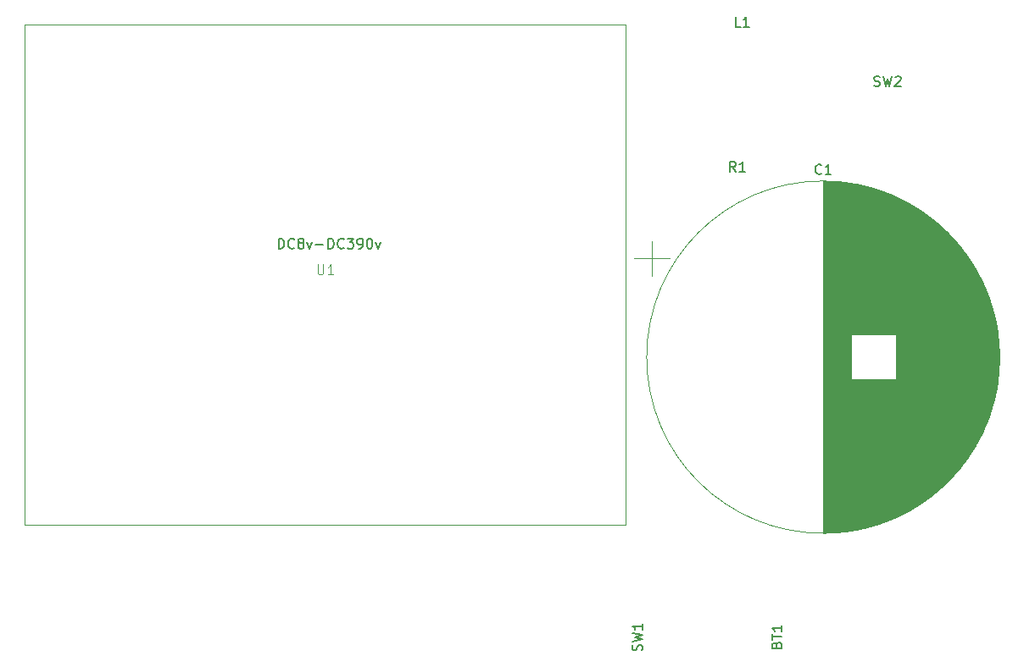
<source format=gbr>
%TF.GenerationSoftware,KiCad,Pcbnew,9.0.2*%
%TF.CreationDate,2025-06-12T22:51:23+08:00*%
%TF.ProjectId,MagFire,4d616746-6972-4652-9e6b-696361645f70,rev?*%
%TF.SameCoordinates,Original*%
%TF.FileFunction,Legend,Top*%
%TF.FilePolarity,Positive*%
%FSLAX46Y46*%
G04 Gerber Fmt 4.6, Leading zero omitted, Abs format (unit mm)*
G04 Created by KiCad (PCBNEW 9.0.2) date 2025-06-12 22:51:23*
%MOMM*%
%LPD*%
G01*
G04 APERTURE LIST*
%ADD10C,0.100000*%
%ADD11C,0.150000*%
%ADD12C,0.120000*%
G04 APERTURE END LIST*
D10*
X103583095Y-101732419D02*
X103583095Y-102541942D01*
X103583095Y-102541942D02*
X103630714Y-102637180D01*
X103630714Y-102637180D02*
X103678333Y-102684800D01*
X103678333Y-102684800D02*
X103773571Y-102732419D01*
X103773571Y-102732419D02*
X103964047Y-102732419D01*
X103964047Y-102732419D02*
X104059285Y-102684800D01*
X104059285Y-102684800D02*
X104106904Y-102637180D01*
X104106904Y-102637180D02*
X104154523Y-102541942D01*
X104154523Y-102541942D02*
X104154523Y-101732419D01*
X105154523Y-102732419D02*
X104583095Y-102732419D01*
X104868809Y-102732419D02*
X104868809Y-101732419D01*
X104868809Y-101732419D02*
X104773571Y-101875276D01*
X104773571Y-101875276D02*
X104678333Y-101970514D01*
X104678333Y-101970514D02*
X104583095Y-102018133D01*
D11*
X99681779Y-100144819D02*
X99681779Y-99144819D01*
X99681779Y-99144819D02*
X99919874Y-99144819D01*
X99919874Y-99144819D02*
X100062731Y-99192438D01*
X100062731Y-99192438D02*
X100157969Y-99287676D01*
X100157969Y-99287676D02*
X100205588Y-99382914D01*
X100205588Y-99382914D02*
X100253207Y-99573390D01*
X100253207Y-99573390D02*
X100253207Y-99716247D01*
X100253207Y-99716247D02*
X100205588Y-99906723D01*
X100205588Y-99906723D02*
X100157969Y-100001961D01*
X100157969Y-100001961D02*
X100062731Y-100097200D01*
X100062731Y-100097200D02*
X99919874Y-100144819D01*
X99919874Y-100144819D02*
X99681779Y-100144819D01*
X101253207Y-100049580D02*
X101205588Y-100097200D01*
X101205588Y-100097200D02*
X101062731Y-100144819D01*
X101062731Y-100144819D02*
X100967493Y-100144819D01*
X100967493Y-100144819D02*
X100824636Y-100097200D01*
X100824636Y-100097200D02*
X100729398Y-100001961D01*
X100729398Y-100001961D02*
X100681779Y-99906723D01*
X100681779Y-99906723D02*
X100634160Y-99716247D01*
X100634160Y-99716247D02*
X100634160Y-99573390D01*
X100634160Y-99573390D02*
X100681779Y-99382914D01*
X100681779Y-99382914D02*
X100729398Y-99287676D01*
X100729398Y-99287676D02*
X100824636Y-99192438D01*
X100824636Y-99192438D02*
X100967493Y-99144819D01*
X100967493Y-99144819D02*
X101062731Y-99144819D01*
X101062731Y-99144819D02*
X101205588Y-99192438D01*
X101205588Y-99192438D02*
X101253207Y-99240057D01*
X101824636Y-99573390D02*
X101729398Y-99525771D01*
X101729398Y-99525771D02*
X101681779Y-99478152D01*
X101681779Y-99478152D02*
X101634160Y-99382914D01*
X101634160Y-99382914D02*
X101634160Y-99335295D01*
X101634160Y-99335295D02*
X101681779Y-99240057D01*
X101681779Y-99240057D02*
X101729398Y-99192438D01*
X101729398Y-99192438D02*
X101824636Y-99144819D01*
X101824636Y-99144819D02*
X102015112Y-99144819D01*
X102015112Y-99144819D02*
X102110350Y-99192438D01*
X102110350Y-99192438D02*
X102157969Y-99240057D01*
X102157969Y-99240057D02*
X102205588Y-99335295D01*
X102205588Y-99335295D02*
X102205588Y-99382914D01*
X102205588Y-99382914D02*
X102157969Y-99478152D01*
X102157969Y-99478152D02*
X102110350Y-99525771D01*
X102110350Y-99525771D02*
X102015112Y-99573390D01*
X102015112Y-99573390D02*
X101824636Y-99573390D01*
X101824636Y-99573390D02*
X101729398Y-99621009D01*
X101729398Y-99621009D02*
X101681779Y-99668628D01*
X101681779Y-99668628D02*
X101634160Y-99763866D01*
X101634160Y-99763866D02*
X101634160Y-99954342D01*
X101634160Y-99954342D02*
X101681779Y-100049580D01*
X101681779Y-100049580D02*
X101729398Y-100097200D01*
X101729398Y-100097200D02*
X101824636Y-100144819D01*
X101824636Y-100144819D02*
X102015112Y-100144819D01*
X102015112Y-100144819D02*
X102110350Y-100097200D01*
X102110350Y-100097200D02*
X102157969Y-100049580D01*
X102157969Y-100049580D02*
X102205588Y-99954342D01*
X102205588Y-99954342D02*
X102205588Y-99763866D01*
X102205588Y-99763866D02*
X102157969Y-99668628D01*
X102157969Y-99668628D02*
X102110350Y-99621009D01*
X102110350Y-99621009D02*
X102015112Y-99573390D01*
X102538922Y-99478152D02*
X102777017Y-100144819D01*
X102777017Y-100144819D02*
X103015112Y-99478152D01*
X103396065Y-99763866D02*
X104157970Y-99763866D01*
X104634160Y-100144819D02*
X104634160Y-99144819D01*
X104634160Y-99144819D02*
X104872255Y-99144819D01*
X104872255Y-99144819D02*
X105015112Y-99192438D01*
X105015112Y-99192438D02*
X105110350Y-99287676D01*
X105110350Y-99287676D02*
X105157969Y-99382914D01*
X105157969Y-99382914D02*
X105205588Y-99573390D01*
X105205588Y-99573390D02*
X105205588Y-99716247D01*
X105205588Y-99716247D02*
X105157969Y-99906723D01*
X105157969Y-99906723D02*
X105110350Y-100001961D01*
X105110350Y-100001961D02*
X105015112Y-100097200D01*
X105015112Y-100097200D02*
X104872255Y-100144819D01*
X104872255Y-100144819D02*
X104634160Y-100144819D01*
X106205588Y-100049580D02*
X106157969Y-100097200D01*
X106157969Y-100097200D02*
X106015112Y-100144819D01*
X106015112Y-100144819D02*
X105919874Y-100144819D01*
X105919874Y-100144819D02*
X105777017Y-100097200D01*
X105777017Y-100097200D02*
X105681779Y-100001961D01*
X105681779Y-100001961D02*
X105634160Y-99906723D01*
X105634160Y-99906723D02*
X105586541Y-99716247D01*
X105586541Y-99716247D02*
X105586541Y-99573390D01*
X105586541Y-99573390D02*
X105634160Y-99382914D01*
X105634160Y-99382914D02*
X105681779Y-99287676D01*
X105681779Y-99287676D02*
X105777017Y-99192438D01*
X105777017Y-99192438D02*
X105919874Y-99144819D01*
X105919874Y-99144819D02*
X106015112Y-99144819D01*
X106015112Y-99144819D02*
X106157969Y-99192438D01*
X106157969Y-99192438D02*
X106205588Y-99240057D01*
X106538922Y-99144819D02*
X107157969Y-99144819D01*
X107157969Y-99144819D02*
X106824636Y-99525771D01*
X106824636Y-99525771D02*
X106967493Y-99525771D01*
X106967493Y-99525771D02*
X107062731Y-99573390D01*
X107062731Y-99573390D02*
X107110350Y-99621009D01*
X107110350Y-99621009D02*
X107157969Y-99716247D01*
X107157969Y-99716247D02*
X107157969Y-99954342D01*
X107157969Y-99954342D02*
X107110350Y-100049580D01*
X107110350Y-100049580D02*
X107062731Y-100097200D01*
X107062731Y-100097200D02*
X106967493Y-100144819D01*
X106967493Y-100144819D02*
X106681779Y-100144819D01*
X106681779Y-100144819D02*
X106586541Y-100097200D01*
X106586541Y-100097200D02*
X106538922Y-100049580D01*
X107634160Y-100144819D02*
X107824636Y-100144819D01*
X107824636Y-100144819D02*
X107919874Y-100097200D01*
X107919874Y-100097200D02*
X107967493Y-100049580D01*
X107967493Y-100049580D02*
X108062731Y-99906723D01*
X108062731Y-99906723D02*
X108110350Y-99716247D01*
X108110350Y-99716247D02*
X108110350Y-99335295D01*
X108110350Y-99335295D02*
X108062731Y-99240057D01*
X108062731Y-99240057D02*
X108015112Y-99192438D01*
X108015112Y-99192438D02*
X107919874Y-99144819D01*
X107919874Y-99144819D02*
X107729398Y-99144819D01*
X107729398Y-99144819D02*
X107634160Y-99192438D01*
X107634160Y-99192438D02*
X107586541Y-99240057D01*
X107586541Y-99240057D02*
X107538922Y-99335295D01*
X107538922Y-99335295D02*
X107538922Y-99573390D01*
X107538922Y-99573390D02*
X107586541Y-99668628D01*
X107586541Y-99668628D02*
X107634160Y-99716247D01*
X107634160Y-99716247D02*
X107729398Y-99763866D01*
X107729398Y-99763866D02*
X107919874Y-99763866D01*
X107919874Y-99763866D02*
X108015112Y-99716247D01*
X108015112Y-99716247D02*
X108062731Y-99668628D01*
X108062731Y-99668628D02*
X108110350Y-99573390D01*
X108729398Y-99144819D02*
X108824636Y-99144819D01*
X108824636Y-99144819D02*
X108919874Y-99192438D01*
X108919874Y-99192438D02*
X108967493Y-99240057D01*
X108967493Y-99240057D02*
X109015112Y-99335295D01*
X109015112Y-99335295D02*
X109062731Y-99525771D01*
X109062731Y-99525771D02*
X109062731Y-99763866D01*
X109062731Y-99763866D02*
X109015112Y-99954342D01*
X109015112Y-99954342D02*
X108967493Y-100049580D01*
X108967493Y-100049580D02*
X108919874Y-100097200D01*
X108919874Y-100097200D02*
X108824636Y-100144819D01*
X108824636Y-100144819D02*
X108729398Y-100144819D01*
X108729398Y-100144819D02*
X108634160Y-100097200D01*
X108634160Y-100097200D02*
X108586541Y-100049580D01*
X108586541Y-100049580D02*
X108538922Y-99954342D01*
X108538922Y-99954342D02*
X108491303Y-99763866D01*
X108491303Y-99763866D02*
X108491303Y-99525771D01*
X108491303Y-99525771D02*
X108538922Y-99335295D01*
X108538922Y-99335295D02*
X108586541Y-99240057D01*
X108586541Y-99240057D02*
X108634160Y-99192438D01*
X108634160Y-99192438D02*
X108729398Y-99144819D01*
X109396065Y-99478152D02*
X109634160Y-100144819D01*
X109634160Y-100144819D02*
X109872255Y-99478152D01*
X149431009Y-139785714D02*
X149478628Y-139642857D01*
X149478628Y-139642857D02*
X149526247Y-139595238D01*
X149526247Y-139595238D02*
X149621485Y-139547619D01*
X149621485Y-139547619D02*
X149764342Y-139547619D01*
X149764342Y-139547619D02*
X149859580Y-139595238D01*
X149859580Y-139595238D02*
X149907200Y-139642857D01*
X149907200Y-139642857D02*
X149954819Y-139738095D01*
X149954819Y-139738095D02*
X149954819Y-140119047D01*
X149954819Y-140119047D02*
X148954819Y-140119047D01*
X148954819Y-140119047D02*
X148954819Y-139785714D01*
X148954819Y-139785714D02*
X149002438Y-139690476D01*
X149002438Y-139690476D02*
X149050057Y-139642857D01*
X149050057Y-139642857D02*
X149145295Y-139595238D01*
X149145295Y-139595238D02*
X149240533Y-139595238D01*
X149240533Y-139595238D02*
X149335771Y-139642857D01*
X149335771Y-139642857D02*
X149383390Y-139690476D01*
X149383390Y-139690476D02*
X149431009Y-139785714D01*
X149431009Y-139785714D02*
X149431009Y-140119047D01*
X148954819Y-139261904D02*
X148954819Y-138690476D01*
X149954819Y-138976190D02*
X148954819Y-138976190D01*
X149954819Y-137833333D02*
X149954819Y-138404761D01*
X149954819Y-138119047D02*
X148954819Y-138119047D01*
X148954819Y-138119047D02*
X149097676Y-138214285D01*
X149097676Y-138214285D02*
X149192914Y-138309523D01*
X149192914Y-138309523D02*
X149240533Y-138404761D01*
X135957200Y-140333332D02*
X136004819Y-140190475D01*
X136004819Y-140190475D02*
X136004819Y-139952380D01*
X136004819Y-139952380D02*
X135957200Y-139857142D01*
X135957200Y-139857142D02*
X135909580Y-139809523D01*
X135909580Y-139809523D02*
X135814342Y-139761904D01*
X135814342Y-139761904D02*
X135719104Y-139761904D01*
X135719104Y-139761904D02*
X135623866Y-139809523D01*
X135623866Y-139809523D02*
X135576247Y-139857142D01*
X135576247Y-139857142D02*
X135528628Y-139952380D01*
X135528628Y-139952380D02*
X135481009Y-140142856D01*
X135481009Y-140142856D02*
X135433390Y-140238094D01*
X135433390Y-140238094D02*
X135385771Y-140285713D01*
X135385771Y-140285713D02*
X135290533Y-140333332D01*
X135290533Y-140333332D02*
X135195295Y-140333332D01*
X135195295Y-140333332D02*
X135100057Y-140285713D01*
X135100057Y-140285713D02*
X135052438Y-140238094D01*
X135052438Y-140238094D02*
X135004819Y-140142856D01*
X135004819Y-140142856D02*
X135004819Y-139904761D01*
X135004819Y-139904761D02*
X135052438Y-139761904D01*
X135004819Y-139428570D02*
X136004819Y-139190475D01*
X136004819Y-139190475D02*
X135290533Y-138999999D01*
X135290533Y-138999999D02*
X136004819Y-138809523D01*
X136004819Y-138809523D02*
X135004819Y-138571428D01*
X136004819Y-137666666D02*
X136004819Y-138238094D01*
X136004819Y-137952380D02*
X135004819Y-137952380D01*
X135004819Y-137952380D02*
X135147676Y-138047618D01*
X135147676Y-138047618D02*
X135242914Y-138142856D01*
X135242914Y-138142856D02*
X135290533Y-138238094D01*
X159166667Y-83857200D02*
X159309524Y-83904819D01*
X159309524Y-83904819D02*
X159547619Y-83904819D01*
X159547619Y-83904819D02*
X159642857Y-83857200D01*
X159642857Y-83857200D02*
X159690476Y-83809580D01*
X159690476Y-83809580D02*
X159738095Y-83714342D01*
X159738095Y-83714342D02*
X159738095Y-83619104D01*
X159738095Y-83619104D02*
X159690476Y-83523866D01*
X159690476Y-83523866D02*
X159642857Y-83476247D01*
X159642857Y-83476247D02*
X159547619Y-83428628D01*
X159547619Y-83428628D02*
X159357143Y-83381009D01*
X159357143Y-83381009D02*
X159261905Y-83333390D01*
X159261905Y-83333390D02*
X159214286Y-83285771D01*
X159214286Y-83285771D02*
X159166667Y-83190533D01*
X159166667Y-83190533D02*
X159166667Y-83095295D01*
X159166667Y-83095295D02*
X159214286Y-83000057D01*
X159214286Y-83000057D02*
X159261905Y-82952438D01*
X159261905Y-82952438D02*
X159357143Y-82904819D01*
X159357143Y-82904819D02*
X159595238Y-82904819D01*
X159595238Y-82904819D02*
X159738095Y-82952438D01*
X160071429Y-82904819D02*
X160309524Y-83904819D01*
X160309524Y-83904819D02*
X160500000Y-83190533D01*
X160500000Y-83190533D02*
X160690476Y-83904819D01*
X160690476Y-83904819D02*
X160928572Y-82904819D01*
X161261905Y-83000057D02*
X161309524Y-82952438D01*
X161309524Y-82952438D02*
X161404762Y-82904819D01*
X161404762Y-82904819D02*
X161642857Y-82904819D01*
X161642857Y-82904819D02*
X161738095Y-82952438D01*
X161738095Y-82952438D02*
X161785714Y-83000057D01*
X161785714Y-83000057D02*
X161833333Y-83095295D01*
X161833333Y-83095295D02*
X161833333Y-83190533D01*
X161833333Y-83190533D02*
X161785714Y-83333390D01*
X161785714Y-83333390D02*
X161214286Y-83904819D01*
X161214286Y-83904819D02*
X161833333Y-83904819D01*
X145333333Y-92454819D02*
X145000000Y-91978628D01*
X144761905Y-92454819D02*
X144761905Y-91454819D01*
X144761905Y-91454819D02*
X145142857Y-91454819D01*
X145142857Y-91454819D02*
X145238095Y-91502438D01*
X145238095Y-91502438D02*
X145285714Y-91550057D01*
X145285714Y-91550057D02*
X145333333Y-91645295D01*
X145333333Y-91645295D02*
X145333333Y-91788152D01*
X145333333Y-91788152D02*
X145285714Y-91883390D01*
X145285714Y-91883390D02*
X145238095Y-91931009D01*
X145238095Y-91931009D02*
X145142857Y-91978628D01*
X145142857Y-91978628D02*
X144761905Y-91978628D01*
X146285714Y-92454819D02*
X145714286Y-92454819D01*
X146000000Y-92454819D02*
X146000000Y-91454819D01*
X146000000Y-91454819D02*
X145904762Y-91597676D01*
X145904762Y-91597676D02*
X145809524Y-91692914D01*
X145809524Y-91692914D02*
X145714286Y-91740533D01*
X145833333Y-77954819D02*
X145357143Y-77954819D01*
X145357143Y-77954819D02*
X145357143Y-76954819D01*
X146690476Y-77954819D02*
X146119048Y-77954819D01*
X146404762Y-77954819D02*
X146404762Y-76954819D01*
X146404762Y-76954819D02*
X146309524Y-77097676D01*
X146309524Y-77097676D02*
X146214286Y-77192914D01*
X146214286Y-77192914D02*
X146119048Y-77240533D01*
X153902834Y-92609580D02*
X153855215Y-92657200D01*
X153855215Y-92657200D02*
X153712358Y-92704819D01*
X153712358Y-92704819D02*
X153617120Y-92704819D01*
X153617120Y-92704819D02*
X153474263Y-92657200D01*
X153474263Y-92657200D02*
X153379025Y-92561961D01*
X153379025Y-92561961D02*
X153331406Y-92466723D01*
X153331406Y-92466723D02*
X153283787Y-92276247D01*
X153283787Y-92276247D02*
X153283787Y-92133390D01*
X153283787Y-92133390D02*
X153331406Y-91942914D01*
X153331406Y-91942914D02*
X153379025Y-91847676D01*
X153379025Y-91847676D02*
X153474263Y-91752438D01*
X153474263Y-91752438D02*
X153617120Y-91704819D01*
X153617120Y-91704819D02*
X153712358Y-91704819D01*
X153712358Y-91704819D02*
X153855215Y-91752438D01*
X153855215Y-91752438D02*
X153902834Y-91800057D01*
X154855215Y-92704819D02*
X154283787Y-92704819D01*
X154569501Y-92704819D02*
X154569501Y-91704819D01*
X154569501Y-91704819D02*
X154474263Y-91847676D01*
X154474263Y-91847676D02*
X154379025Y-91942914D01*
X154379025Y-91942914D02*
X154283787Y-91990533D01*
%TO.C,U1*%
D10*
X74345000Y-77775000D02*
X134345000Y-77775000D01*
X134345000Y-127775000D01*
X74345000Y-127775000D01*
X74345000Y-77775000D01*
D12*
%TO.C,C1*%
X135215499Y-101125000D02*
X138715499Y-101125000D01*
X136965499Y-99375000D02*
X136965499Y-102875000D01*
X154069501Y-93420000D02*
X154069501Y-128580000D01*
X154109501Y-93420000D02*
X154109501Y-128580000D01*
X154149501Y-93420000D02*
X154149501Y-128580000D01*
X154189501Y-93420000D02*
X154189501Y-128580000D01*
X154229501Y-93421000D02*
X154229501Y-128579000D01*
X154269501Y-93421000D02*
X154269501Y-128579000D01*
X154309501Y-93422000D02*
X154309501Y-128578000D01*
X154349501Y-93422000D02*
X154349501Y-128578000D01*
X154389501Y-93423000D02*
X154389501Y-128577000D01*
X154429501Y-93424000D02*
X154429501Y-128576000D01*
X154469501Y-93425000D02*
X154469501Y-128575000D01*
X154509501Y-93425000D02*
X154509501Y-128575000D01*
X154549501Y-93427000D02*
X154549501Y-128573000D01*
X154589501Y-93428000D02*
X154589501Y-128572000D01*
X154629501Y-93429000D02*
X154629501Y-128571000D01*
X154669501Y-93430000D02*
X154669501Y-128570000D01*
X154709501Y-93432000D02*
X154709501Y-128568000D01*
X154749501Y-93433000D02*
X154749501Y-128567000D01*
X154789501Y-93435000D02*
X154789501Y-128565000D01*
X154829501Y-93436000D02*
X154829501Y-128564000D01*
X154869501Y-93438000D02*
X154869501Y-128562000D01*
X154909501Y-93440000D02*
X154909501Y-128560000D01*
X154949501Y-93442000D02*
X154949501Y-128558000D01*
X154989501Y-93444000D02*
X154989501Y-128556000D01*
X155029501Y-93446000D02*
X155029501Y-128554000D01*
X155069501Y-93448000D02*
X155069501Y-128552000D01*
X155109501Y-93451000D02*
X155109501Y-128549000D01*
X155149501Y-93453000D02*
X155149501Y-128547000D01*
X155189501Y-93456000D02*
X155189501Y-128544000D01*
X155229501Y-93458000D02*
X155229501Y-128542000D01*
X155269501Y-93461000D02*
X155269501Y-128539000D01*
X155309501Y-93464000D02*
X155309501Y-128536000D01*
X155349501Y-93467000D02*
X155349501Y-128533000D01*
X155389501Y-93470000D02*
X155389501Y-128530000D01*
X155429501Y-93473000D02*
X155429501Y-128527000D01*
X155469501Y-93476000D02*
X155469501Y-128524000D01*
X155509501Y-93479000D02*
X155509501Y-128521000D01*
X155549501Y-93482000D02*
X155549501Y-128518000D01*
X155589501Y-93486000D02*
X155589501Y-128514000D01*
X155629501Y-93489000D02*
X155629501Y-128511000D01*
X155669501Y-93493000D02*
X155669501Y-128507000D01*
X155709501Y-93496000D02*
X155709501Y-128504000D01*
X155749501Y-93500000D02*
X155749501Y-128500000D01*
X155789501Y-93504000D02*
X155789501Y-128496000D01*
X155829501Y-93508000D02*
X155829501Y-128492000D01*
X155869501Y-93512000D02*
X155869501Y-128488000D01*
X155909501Y-93516000D02*
X155909501Y-128484000D01*
X155949501Y-93521000D02*
X155949501Y-128479000D01*
X155989501Y-93525000D02*
X155989501Y-128475000D01*
X156029501Y-93529000D02*
X156029501Y-128471000D01*
X156069501Y-93534000D02*
X156069501Y-128466000D01*
X156109501Y-93538000D02*
X156109501Y-128462000D01*
X156149501Y-93543000D02*
X156149501Y-128457000D01*
X156189501Y-93548000D02*
X156189501Y-128452000D01*
X156229501Y-93553000D02*
X156229501Y-128447000D01*
X156269501Y-93558000D02*
X156269501Y-128442000D01*
X156309501Y-93563000D02*
X156309501Y-128437000D01*
X156349501Y-93568000D02*
X156349501Y-128432000D01*
X156389501Y-93573000D02*
X156389501Y-128427000D01*
X156429501Y-93579000D02*
X156429501Y-128421000D01*
X156469501Y-93584000D02*
X156469501Y-128416000D01*
X156509501Y-93590000D02*
X156509501Y-128410000D01*
X156549501Y-93595000D02*
X156549501Y-128405000D01*
X156589501Y-93601000D02*
X156589501Y-128399000D01*
X156629501Y-93607000D02*
X156629501Y-128393000D01*
X156669501Y-93613000D02*
X156669501Y-128387000D01*
X156709501Y-93619000D02*
X156709501Y-128381000D01*
X156749501Y-93625000D02*
X156749501Y-128375000D01*
X156789501Y-93631000D02*
X156789501Y-128369000D01*
X156829501Y-93638000D02*
X156829501Y-128362000D01*
X156869501Y-93644000D02*
X156869501Y-108760000D01*
X156869501Y-113240000D02*
X156869501Y-128356000D01*
X156909501Y-93650000D02*
X156909501Y-108760000D01*
X156909501Y-113240000D02*
X156909501Y-128350000D01*
X156949501Y-93657000D02*
X156949501Y-108760000D01*
X156949501Y-113240000D02*
X156949501Y-128343000D01*
X156989501Y-93664000D02*
X156989501Y-108760000D01*
X156989501Y-113240000D02*
X156989501Y-128336000D01*
X157029501Y-93670000D02*
X157029501Y-108760000D01*
X157029501Y-113240000D02*
X157029501Y-128330000D01*
X157069501Y-93677000D02*
X157069501Y-108760000D01*
X157069501Y-113240000D02*
X157069501Y-128323000D01*
X157109501Y-93684000D02*
X157109501Y-108760000D01*
X157109501Y-113240000D02*
X157109501Y-128316000D01*
X157149501Y-93691000D02*
X157149501Y-108760000D01*
X157149501Y-113240000D02*
X157149501Y-128309000D01*
X157189501Y-93698000D02*
X157189501Y-108760000D01*
X157189501Y-113240000D02*
X157189501Y-128302000D01*
X157229501Y-93706000D02*
X157229501Y-108760000D01*
X157229501Y-113240000D02*
X157229501Y-128294000D01*
X157269501Y-93713000D02*
X157269501Y-108760000D01*
X157269501Y-113240000D02*
X157269501Y-128287000D01*
X157309501Y-93720000D02*
X157309501Y-108760000D01*
X157309501Y-113240000D02*
X157309501Y-128280000D01*
X157349501Y-93728000D02*
X157349501Y-108760000D01*
X157349501Y-113240000D02*
X157349501Y-128272000D01*
X157389501Y-93736000D02*
X157389501Y-108760000D01*
X157389501Y-113240000D02*
X157389501Y-128264000D01*
X157429501Y-93743000D02*
X157429501Y-108760000D01*
X157429501Y-113240000D02*
X157429501Y-128257000D01*
X157469501Y-93751000D02*
X157469501Y-108760000D01*
X157469501Y-113240000D02*
X157469501Y-128249000D01*
X157509501Y-93759000D02*
X157509501Y-108760000D01*
X157509501Y-113240000D02*
X157509501Y-128241000D01*
X157549501Y-93767000D02*
X157549501Y-108760000D01*
X157549501Y-113240000D02*
X157549501Y-128233000D01*
X157589501Y-93775000D02*
X157589501Y-108760000D01*
X157589501Y-113240000D02*
X157589501Y-128225000D01*
X157629501Y-93783000D02*
X157629501Y-108760000D01*
X157629501Y-113240000D02*
X157629501Y-128217000D01*
X157669501Y-93792000D02*
X157669501Y-108760000D01*
X157669501Y-113240000D02*
X157669501Y-128208000D01*
X157709501Y-93800000D02*
X157709501Y-108760000D01*
X157709501Y-113240000D02*
X157709501Y-128200000D01*
X157749501Y-93809000D02*
X157749501Y-108760000D01*
X157749501Y-113240000D02*
X157749501Y-128191000D01*
X157789501Y-93817000D02*
X157789501Y-108760000D01*
X157789501Y-113240000D02*
X157789501Y-128183000D01*
X157829501Y-93826000D02*
X157829501Y-108760000D01*
X157829501Y-113240000D02*
X157829501Y-128174000D01*
X157869501Y-93835000D02*
X157869501Y-108760000D01*
X157869501Y-113240000D02*
X157869501Y-128165000D01*
X157909501Y-93844000D02*
X157909501Y-108760000D01*
X157909501Y-113240000D02*
X157909501Y-128156000D01*
X157949501Y-93853000D02*
X157949501Y-108760000D01*
X157949501Y-113240000D02*
X157949501Y-128147000D01*
X157989501Y-93862000D02*
X157989501Y-108760000D01*
X157989501Y-113240000D02*
X157989501Y-128138000D01*
X158029501Y-93871000D02*
X158029501Y-108760000D01*
X158029501Y-113240000D02*
X158029501Y-128129000D01*
X158069501Y-93880000D02*
X158069501Y-108760000D01*
X158069501Y-113240000D02*
X158069501Y-128120000D01*
X158109501Y-93889000D02*
X158109501Y-108760000D01*
X158109501Y-113240000D02*
X158109501Y-128111000D01*
X158149501Y-93899000D02*
X158149501Y-108760000D01*
X158149501Y-113240000D02*
X158149501Y-128101000D01*
X158189501Y-93908000D02*
X158189501Y-108760000D01*
X158189501Y-113240000D02*
X158189501Y-128092000D01*
X158229501Y-93918000D02*
X158229501Y-108760000D01*
X158229501Y-113240000D02*
X158229501Y-128082000D01*
X158269501Y-93928000D02*
X158269501Y-108760000D01*
X158269501Y-113240000D02*
X158269501Y-128072000D01*
X158309501Y-93938000D02*
X158309501Y-108760000D01*
X158309501Y-113240000D02*
X158309501Y-128062000D01*
X158349501Y-93948000D02*
X158349501Y-108760000D01*
X158349501Y-113240000D02*
X158349501Y-128052000D01*
X158389501Y-93958000D02*
X158389501Y-108760000D01*
X158389501Y-113240000D02*
X158389501Y-128042000D01*
X158429501Y-93968000D02*
X158429501Y-108760000D01*
X158429501Y-113240000D02*
X158429501Y-128032000D01*
X158469501Y-93978000D02*
X158469501Y-108760000D01*
X158469501Y-113240000D02*
X158469501Y-128022000D01*
X158509501Y-93989000D02*
X158509501Y-108760000D01*
X158509501Y-113240000D02*
X158509501Y-128011000D01*
X158549501Y-93999000D02*
X158549501Y-108760000D01*
X158549501Y-113240000D02*
X158549501Y-128001000D01*
X158589501Y-94010000D02*
X158589501Y-108760000D01*
X158589501Y-113240000D02*
X158589501Y-127990000D01*
X158629501Y-94020000D02*
X158629501Y-108760000D01*
X158629501Y-113240000D02*
X158629501Y-127980000D01*
X158669501Y-94031000D02*
X158669501Y-108760000D01*
X158669501Y-113240000D02*
X158669501Y-127969000D01*
X158709501Y-94042000D02*
X158709501Y-108760000D01*
X158709501Y-113240000D02*
X158709501Y-127958000D01*
X158749501Y-94053000D02*
X158749501Y-108760000D01*
X158749501Y-113240000D02*
X158749501Y-127947000D01*
X158789501Y-94064000D02*
X158789501Y-108760000D01*
X158789501Y-113240000D02*
X158789501Y-127936000D01*
X158829501Y-94075000D02*
X158829501Y-108760000D01*
X158829501Y-113240000D02*
X158829501Y-127925000D01*
X158869501Y-94086000D02*
X158869501Y-108760000D01*
X158869501Y-113240000D02*
X158869501Y-127914000D01*
X158909501Y-94098000D02*
X158909501Y-108760000D01*
X158909501Y-113240000D02*
X158909501Y-127902000D01*
X158949501Y-94109000D02*
X158949501Y-108760000D01*
X158949501Y-113240000D02*
X158949501Y-127891000D01*
X158989501Y-94121000D02*
X158989501Y-108760000D01*
X158989501Y-113240000D02*
X158989501Y-127879000D01*
X159029501Y-94133000D02*
X159029501Y-108760000D01*
X159029501Y-113240000D02*
X159029501Y-127867000D01*
X159069501Y-94144000D02*
X159069501Y-108760000D01*
X159069501Y-113240000D02*
X159069501Y-127856000D01*
X159109501Y-94156000D02*
X159109501Y-108760000D01*
X159109501Y-113240000D02*
X159109501Y-127844000D01*
X159149501Y-94168000D02*
X159149501Y-108760000D01*
X159149501Y-113240000D02*
X159149501Y-127832000D01*
X159189501Y-94180000D02*
X159189501Y-108760000D01*
X159189501Y-113240000D02*
X159189501Y-127820000D01*
X159229501Y-94192000D02*
X159229501Y-108760000D01*
X159229501Y-113240000D02*
X159229501Y-127808000D01*
X159269501Y-94205000D02*
X159269501Y-108760000D01*
X159269501Y-113240000D02*
X159269501Y-127795000D01*
X159309501Y-94217000D02*
X159309501Y-108760000D01*
X159309501Y-113240000D02*
X159309501Y-127783000D01*
X159349501Y-94230000D02*
X159349501Y-108760000D01*
X159349501Y-113240000D02*
X159349501Y-127770000D01*
X159389501Y-94242000D02*
X159389501Y-108760000D01*
X159389501Y-113240000D02*
X159389501Y-127758000D01*
X159429501Y-94255000D02*
X159429501Y-108760000D01*
X159429501Y-113240000D02*
X159429501Y-127745000D01*
X159469501Y-94268000D02*
X159469501Y-108760000D01*
X159469501Y-113240000D02*
X159469501Y-127732000D01*
X159509501Y-94281000D02*
X159509501Y-108760000D01*
X159509501Y-113240000D02*
X159509501Y-127719000D01*
X159549501Y-94294000D02*
X159549501Y-108760000D01*
X159549501Y-113240000D02*
X159549501Y-127706000D01*
X159589501Y-94307000D02*
X159589501Y-108760000D01*
X159589501Y-113240000D02*
X159589501Y-127693000D01*
X159629501Y-94320000D02*
X159629501Y-108760000D01*
X159629501Y-113240000D02*
X159629501Y-127680000D01*
X159669501Y-94334000D02*
X159669501Y-108760000D01*
X159669501Y-113240000D02*
X159669501Y-127666000D01*
X159709501Y-94347000D02*
X159709501Y-108760000D01*
X159709501Y-113240000D02*
X159709501Y-127653000D01*
X159749501Y-94361000D02*
X159749501Y-108760000D01*
X159749501Y-113240000D02*
X159749501Y-127639000D01*
X159789501Y-94374000D02*
X159789501Y-108760000D01*
X159789501Y-113240000D02*
X159789501Y-127626000D01*
X159829501Y-94388000D02*
X159829501Y-108760000D01*
X159829501Y-113240000D02*
X159829501Y-127612000D01*
X159869501Y-94402000D02*
X159869501Y-108760000D01*
X159869501Y-113240000D02*
X159869501Y-127598000D01*
X159909501Y-94416000D02*
X159909501Y-108760000D01*
X159909501Y-113240000D02*
X159909501Y-127584000D01*
X159949501Y-94430000D02*
X159949501Y-108760000D01*
X159949501Y-113240000D02*
X159949501Y-127570000D01*
X159989501Y-94444000D02*
X159989501Y-108760000D01*
X159989501Y-113240000D02*
X159989501Y-127556000D01*
X160029501Y-94459000D02*
X160029501Y-108760000D01*
X160029501Y-113240000D02*
X160029501Y-127541000D01*
X160069501Y-94473000D02*
X160069501Y-108760000D01*
X160069501Y-113240000D02*
X160069501Y-127527000D01*
X160109501Y-94488000D02*
X160109501Y-108760000D01*
X160109501Y-113240000D02*
X160109501Y-127512000D01*
X160149501Y-94502000D02*
X160149501Y-108760000D01*
X160149501Y-113240000D02*
X160149501Y-127498000D01*
X160189501Y-94517000D02*
X160189501Y-108760000D01*
X160189501Y-113240000D02*
X160189501Y-127483000D01*
X160229501Y-94532000D02*
X160229501Y-108760000D01*
X160229501Y-113240000D02*
X160229501Y-127468000D01*
X160269501Y-94547000D02*
X160269501Y-108760000D01*
X160269501Y-113240000D02*
X160269501Y-127453000D01*
X160309501Y-94562000D02*
X160309501Y-108760000D01*
X160309501Y-113240000D02*
X160309501Y-127438000D01*
X160349501Y-94577000D02*
X160349501Y-108760000D01*
X160349501Y-113240000D02*
X160349501Y-127423000D01*
X160389501Y-94592000D02*
X160389501Y-108760000D01*
X160389501Y-113240000D02*
X160389501Y-127408000D01*
X160429501Y-94608000D02*
X160429501Y-108760000D01*
X160429501Y-113240000D02*
X160429501Y-127392000D01*
X160469501Y-94623000D02*
X160469501Y-108760000D01*
X160469501Y-113240000D02*
X160469501Y-127377000D01*
X160509501Y-94639000D02*
X160509501Y-108760000D01*
X160509501Y-113240000D02*
X160509501Y-127361000D01*
X160549501Y-94655000D02*
X160549501Y-108760000D01*
X160549501Y-113240000D02*
X160549501Y-127345000D01*
X160589501Y-94671000D02*
X160589501Y-108760000D01*
X160589501Y-113240000D02*
X160589501Y-127329000D01*
X160629501Y-94687000D02*
X160629501Y-108760000D01*
X160629501Y-113240000D02*
X160629501Y-127313000D01*
X160669501Y-94703000D02*
X160669501Y-108760000D01*
X160669501Y-113240000D02*
X160669501Y-127297000D01*
X160709501Y-94719000D02*
X160709501Y-108760000D01*
X160709501Y-113240000D02*
X160709501Y-127281000D01*
X160749501Y-94735000D02*
X160749501Y-108760000D01*
X160749501Y-113240000D02*
X160749501Y-127265000D01*
X160789501Y-94752000D02*
X160789501Y-108760000D01*
X160789501Y-113240000D02*
X160789501Y-127248000D01*
X160829501Y-94768000D02*
X160829501Y-108760000D01*
X160829501Y-113240000D02*
X160829501Y-127232000D01*
X160869501Y-94785000D02*
X160869501Y-108760000D01*
X160869501Y-113240000D02*
X160869501Y-127215000D01*
X160909501Y-94802000D02*
X160909501Y-108760000D01*
X160909501Y-113240000D02*
X160909501Y-127198000D01*
X160949501Y-94819000D02*
X160949501Y-108760000D01*
X160949501Y-113240000D02*
X160949501Y-127181000D01*
X160989501Y-94836000D02*
X160989501Y-108760000D01*
X160989501Y-113240000D02*
X160989501Y-127164000D01*
X161029501Y-94853000D02*
X161029501Y-108760000D01*
X161029501Y-113240000D02*
X161029501Y-127147000D01*
X161069501Y-94870000D02*
X161069501Y-108760000D01*
X161069501Y-113240000D02*
X161069501Y-127130000D01*
X161109501Y-94888000D02*
X161109501Y-108760000D01*
X161109501Y-113240000D02*
X161109501Y-127112000D01*
X161149501Y-94905000D02*
X161149501Y-108760000D01*
X161149501Y-113240000D02*
X161149501Y-127095000D01*
X161189501Y-94923000D02*
X161189501Y-108760000D01*
X161189501Y-113240000D02*
X161189501Y-127077000D01*
X161229501Y-94940000D02*
X161229501Y-108760000D01*
X161229501Y-113240000D02*
X161229501Y-127060000D01*
X161269501Y-94958000D02*
X161269501Y-108760000D01*
X161269501Y-113240000D02*
X161269501Y-127042000D01*
X161309501Y-94976000D02*
X161309501Y-127024000D01*
X161349501Y-94994000D02*
X161349501Y-127006000D01*
X161389501Y-95012000D02*
X161389501Y-126988000D01*
X161429501Y-95031000D02*
X161429501Y-126969000D01*
X161469501Y-95049000D02*
X161469501Y-126951000D01*
X161509501Y-95068000D02*
X161509501Y-126932000D01*
X161549501Y-95087000D02*
X161549501Y-126913000D01*
X161589501Y-95105000D02*
X161589501Y-126895000D01*
X161629501Y-95124000D02*
X161629501Y-126876000D01*
X161669501Y-95143000D02*
X161669501Y-126857000D01*
X161709501Y-95163000D02*
X161709501Y-126837000D01*
X161749501Y-95182000D02*
X161749501Y-126818000D01*
X161789501Y-95201000D02*
X161789501Y-126799000D01*
X161829501Y-95221000D02*
X161829501Y-126779000D01*
X161869501Y-95240000D02*
X161869501Y-126760000D01*
X161909501Y-95260000D02*
X161909501Y-126740000D01*
X161949501Y-95280000D02*
X161949501Y-126720000D01*
X161989501Y-95300000D02*
X161989501Y-126700000D01*
X162029501Y-95320000D02*
X162029501Y-126680000D01*
X162069501Y-95341000D02*
X162069501Y-126659000D01*
X162109501Y-95361000D02*
X162109501Y-126639000D01*
X162149501Y-95382000D02*
X162149501Y-126618000D01*
X162189501Y-95403000D02*
X162189501Y-126597000D01*
X162229501Y-95423000D02*
X162229501Y-126577000D01*
X162269501Y-95444000D02*
X162269501Y-126556000D01*
X162309501Y-95465000D02*
X162309501Y-126535000D01*
X162349501Y-95487000D02*
X162349501Y-126513000D01*
X162389501Y-95508000D02*
X162389501Y-126492000D01*
X162429501Y-95530000D02*
X162429501Y-126470000D01*
X162469501Y-95551000D02*
X162469501Y-126449000D01*
X162509501Y-95573000D02*
X162509501Y-126427000D01*
X162549501Y-95595000D02*
X162549501Y-126405000D01*
X162589501Y-95617000D02*
X162589501Y-126383000D01*
X162629501Y-95639000D02*
X162629501Y-126361000D01*
X162669501Y-95661000D02*
X162669501Y-126339000D01*
X162709501Y-95684000D02*
X162709501Y-126316000D01*
X162749501Y-95706000D02*
X162749501Y-126294000D01*
X162789501Y-95729000D02*
X162789501Y-126271000D01*
X162829501Y-95752000D02*
X162829501Y-126248000D01*
X162869501Y-95775000D02*
X162869501Y-126225000D01*
X162909501Y-95798000D02*
X162909501Y-126202000D01*
X162949501Y-95821000D02*
X162949501Y-126179000D01*
X162989501Y-95845000D02*
X162989501Y-126155000D01*
X163029501Y-95868000D02*
X163029501Y-126132000D01*
X163069501Y-95892000D02*
X163069501Y-126108000D01*
X163109501Y-95916000D02*
X163109501Y-126084000D01*
X163149501Y-95940000D02*
X163149501Y-126060000D01*
X163189501Y-95964000D02*
X163189501Y-126036000D01*
X163229501Y-95988000D02*
X163229501Y-126012000D01*
X163269501Y-96013000D02*
X163269501Y-125987000D01*
X163309501Y-96037000D02*
X163309501Y-125963000D01*
X163349501Y-96062000D02*
X163349501Y-125938000D01*
X163389501Y-96087000D02*
X163389501Y-125913000D01*
X163429501Y-96112000D02*
X163429501Y-125888000D01*
X163469501Y-96137000D02*
X163469501Y-125863000D01*
X163509501Y-96162000D02*
X163509501Y-125838000D01*
X163549501Y-96188000D02*
X163549501Y-125812000D01*
X163589501Y-96213000D02*
X163589501Y-125787000D01*
X163629501Y-96239000D02*
X163629501Y-125761000D01*
X163669501Y-96265000D02*
X163669501Y-125735000D01*
X163709501Y-96291000D02*
X163709501Y-125709000D01*
X163749501Y-96317000D02*
X163749501Y-125683000D01*
X163789501Y-96344000D02*
X163789501Y-125656000D01*
X163829501Y-96370000D02*
X163829501Y-125630000D01*
X163869501Y-96397000D02*
X163869501Y-125603000D01*
X163909501Y-96424000D02*
X163909501Y-125576000D01*
X163949501Y-96451000D02*
X163949501Y-125549000D01*
X163989501Y-96478000D02*
X163989501Y-125522000D01*
X164029501Y-96505000D02*
X164029501Y-125495000D01*
X164069501Y-96533000D02*
X164069501Y-125467000D01*
X164109501Y-96560000D02*
X164109501Y-125440000D01*
X164149501Y-96588000D02*
X164149501Y-125412000D01*
X164189501Y-96616000D02*
X164189501Y-125384000D01*
X164229501Y-96644000D02*
X164229501Y-125356000D01*
X164269501Y-96673000D02*
X164269501Y-125327000D01*
X164309501Y-96701000D02*
X164309501Y-125299000D01*
X164349501Y-96730000D02*
X164349501Y-125270000D01*
X164389501Y-96758000D02*
X164389501Y-125242000D01*
X164429501Y-96787000D02*
X164429501Y-125213000D01*
X164469501Y-96817000D02*
X164469501Y-125183000D01*
X164509501Y-96846000D02*
X164509501Y-125154000D01*
X164549501Y-96875000D02*
X164549501Y-125125000D01*
X164589501Y-96905000D02*
X164589501Y-125095000D01*
X164629501Y-96935000D02*
X164629501Y-125065000D01*
X164669501Y-96965000D02*
X164669501Y-125035000D01*
X164709501Y-96995000D02*
X164709501Y-125005000D01*
X164749501Y-97026000D02*
X164749501Y-124974000D01*
X164789501Y-97056000D02*
X164789501Y-124944000D01*
X164829501Y-97087000D02*
X164829501Y-124913000D01*
X164869501Y-97118000D02*
X164869501Y-124882000D01*
X164909501Y-97149000D02*
X164909501Y-124851000D01*
X164949501Y-97180000D02*
X164949501Y-124820000D01*
X164989501Y-97212000D02*
X164989501Y-124788000D01*
X165029501Y-97244000D02*
X165029501Y-124756000D01*
X165069501Y-97275000D02*
X165069501Y-124725000D01*
X165109501Y-97307000D02*
X165109501Y-124693000D01*
X165149501Y-97340000D02*
X165149501Y-124660000D01*
X165189501Y-97372000D02*
X165189501Y-124628000D01*
X165229501Y-97405000D02*
X165229501Y-124595000D01*
X165269501Y-97438000D02*
X165269501Y-124562000D01*
X165309501Y-97471000D02*
X165309501Y-124529000D01*
X165349501Y-97504000D02*
X165349501Y-124496000D01*
X165389501Y-97537000D02*
X165389501Y-124463000D01*
X165429501Y-97571000D02*
X165429501Y-124429000D01*
X165469501Y-97605000D02*
X165469501Y-124395000D01*
X165509501Y-97639000D02*
X165509501Y-124361000D01*
X165549501Y-97673000D02*
X165549501Y-124327000D01*
X165589501Y-97708000D02*
X165589501Y-124292000D01*
X165629501Y-97742000D02*
X165629501Y-124258000D01*
X165669501Y-97777000D02*
X165669501Y-124223000D01*
X165709501Y-97812000D02*
X165709501Y-124188000D01*
X165749501Y-97848000D02*
X165749501Y-124152000D01*
X165789501Y-97883000D02*
X165789501Y-124117000D01*
X165829501Y-97919000D02*
X165829501Y-124081000D01*
X165869501Y-97955000D02*
X165869501Y-124045000D01*
X165909501Y-97991000D02*
X165909501Y-124009000D01*
X165949501Y-98027000D02*
X165949501Y-123973000D01*
X165989501Y-98064000D02*
X165989501Y-123936000D01*
X166029501Y-98101000D02*
X166029501Y-123899000D01*
X166069501Y-98138000D02*
X166069501Y-123862000D01*
X166109501Y-98175000D02*
X166109501Y-123825000D01*
X166149501Y-98213000D02*
X166149501Y-123787000D01*
X166189501Y-98251000D02*
X166189501Y-123749000D01*
X166229501Y-98289000D02*
X166229501Y-123711000D01*
X166269501Y-98327000D02*
X166269501Y-123673000D01*
X166309501Y-98365000D02*
X166309501Y-123635000D01*
X166349501Y-98404000D02*
X166349501Y-123596000D01*
X166389501Y-98443000D02*
X166389501Y-123557000D01*
X166429501Y-98482000D02*
X166429501Y-123518000D01*
X166469501Y-98522000D02*
X166469501Y-123478000D01*
X166509501Y-98562000D02*
X166509501Y-123438000D01*
X166549501Y-98602000D02*
X166549501Y-123398000D01*
X166589501Y-98642000D02*
X166589501Y-123358000D01*
X166629501Y-98682000D02*
X166629501Y-123318000D01*
X166669501Y-98723000D02*
X166669501Y-123277000D01*
X166709501Y-98764000D02*
X166709501Y-123236000D01*
X166749501Y-98806000D02*
X166749501Y-123194000D01*
X166789501Y-98847000D02*
X166789501Y-123153000D01*
X166829501Y-98889000D02*
X166829501Y-123111000D01*
X166869501Y-98931000D02*
X166869501Y-123069000D01*
X166909501Y-98974000D02*
X166909501Y-123026000D01*
X166949501Y-99016000D02*
X166949501Y-122984000D01*
X166989501Y-99059000D02*
X166989501Y-122941000D01*
X167029501Y-99103000D02*
X167029501Y-122897000D01*
X167069501Y-99146000D02*
X167069501Y-122854000D01*
X167109501Y-99190000D02*
X167109501Y-122810000D01*
X167149501Y-99234000D02*
X167149501Y-122766000D01*
X167189501Y-99279000D02*
X167189501Y-122721000D01*
X167229501Y-99323000D02*
X167229501Y-122677000D01*
X167269501Y-99368000D02*
X167269501Y-122632000D01*
X167309501Y-99414000D02*
X167309501Y-122586000D01*
X167349501Y-99460000D02*
X167349501Y-122540000D01*
X167389501Y-99506000D02*
X167389501Y-122494000D01*
X167429501Y-99552000D02*
X167429501Y-122448000D01*
X167469501Y-99599000D02*
X167469501Y-122401000D01*
X167509501Y-99646000D02*
X167509501Y-122354000D01*
X167549501Y-99693000D02*
X167549501Y-122307000D01*
X167589501Y-99741000D02*
X167589501Y-122259000D01*
X167629501Y-99789000D02*
X167629501Y-122211000D01*
X167669501Y-99837000D02*
X167669501Y-122163000D01*
X167709501Y-99886000D02*
X167709501Y-122114000D01*
X167749501Y-99935000D02*
X167749501Y-122065000D01*
X167789501Y-99984000D02*
X167789501Y-122016000D01*
X167829501Y-100034000D02*
X167829501Y-121966000D01*
X167869501Y-100084000D02*
X167869501Y-121916000D01*
X167909501Y-100135000D02*
X167909501Y-121865000D01*
X167949501Y-100186000D02*
X167949501Y-121814000D01*
X167989501Y-100237000D02*
X167989501Y-121763000D01*
X168029501Y-100289000D02*
X168029501Y-121711000D01*
X168069501Y-100341000D02*
X168069501Y-121659000D01*
X168109501Y-100394000D02*
X168109501Y-121606000D01*
X168149501Y-100447000D02*
X168149501Y-121553000D01*
X168189501Y-100500000D02*
X168189501Y-121500000D01*
X168229501Y-100554000D02*
X168229501Y-121446000D01*
X168269501Y-100608000D02*
X168269501Y-121392000D01*
X168309501Y-100663000D02*
X168309501Y-121337000D01*
X168349501Y-100718000D02*
X168349501Y-121282000D01*
X168389501Y-100773000D02*
X168389501Y-121227000D01*
X168429501Y-100829000D02*
X168429501Y-121171000D01*
X168469501Y-100886000D02*
X168469501Y-121114000D01*
X168509501Y-100943000D02*
X168509501Y-121057000D01*
X168549501Y-101000000D02*
X168549501Y-121000000D01*
X168589501Y-101058000D02*
X168589501Y-120942000D01*
X168629501Y-101117000D02*
X168629501Y-120883000D01*
X168669501Y-101176000D02*
X168669501Y-120824000D01*
X168709501Y-101235000D02*
X168709501Y-120765000D01*
X168749501Y-101295000D02*
X168749501Y-120705000D01*
X168789501Y-101356000D02*
X168789501Y-120644000D01*
X168829501Y-101417000D02*
X168829501Y-120583000D01*
X168869501Y-101478000D02*
X168869501Y-120522000D01*
X168909501Y-101541000D02*
X168909501Y-120459000D01*
X168949501Y-101603000D02*
X168949501Y-120397000D01*
X168989501Y-101667000D02*
X168989501Y-120333000D01*
X169029501Y-101731000D02*
X169029501Y-120269000D01*
X169069501Y-101795000D02*
X169069501Y-120205000D01*
X169109501Y-101861000D02*
X169109501Y-120139000D01*
X169149501Y-101926000D02*
X169149501Y-120074000D01*
X169189501Y-101993000D02*
X169189501Y-120007000D01*
X169229501Y-102060000D02*
X169229501Y-119940000D01*
X169269501Y-102128000D02*
X169269501Y-119872000D01*
X169309501Y-102197000D02*
X169309501Y-119803000D01*
X169349501Y-102266000D02*
X169349501Y-119734000D01*
X169389501Y-102336000D02*
X169389501Y-119664000D01*
X169429501Y-102407000D02*
X169429501Y-119593000D01*
X169469501Y-102478000D02*
X169469501Y-119522000D01*
X169509501Y-102551000D02*
X169509501Y-119449000D01*
X169549501Y-102624000D02*
X169549501Y-119376000D01*
X169589501Y-102698000D02*
X169589501Y-119302000D01*
X169629501Y-102773000D02*
X169629501Y-119227000D01*
X169669501Y-102848000D02*
X169669501Y-119152000D01*
X169709501Y-102925000D02*
X169709501Y-119075000D01*
X169749501Y-103002000D02*
X169749501Y-118998000D01*
X169789501Y-103081000D02*
X169789501Y-118919000D01*
X169829501Y-103160000D02*
X169829501Y-118840000D01*
X169869501Y-103241000D02*
X169869501Y-118759000D01*
X169909501Y-103323000D02*
X169909501Y-118677000D01*
X169949501Y-103405000D02*
X169949501Y-118595000D01*
X169989501Y-103489000D02*
X169989501Y-118511000D01*
X170029501Y-103574000D02*
X170029501Y-118426000D01*
X170069501Y-103660000D02*
X170069501Y-118340000D01*
X170109501Y-103747000D02*
X170109501Y-118253000D01*
X170149501Y-103836000D02*
X170149501Y-118164000D01*
X170189501Y-103926000D02*
X170189501Y-118074000D01*
X170229501Y-104017000D02*
X170229501Y-117983000D01*
X170269501Y-104110000D02*
X170269501Y-117890000D01*
X170309501Y-104204000D02*
X170309501Y-117796000D01*
X170349501Y-104300000D02*
X170349501Y-117700000D01*
X170389501Y-104398000D02*
X170389501Y-117602000D01*
X170429501Y-104497000D02*
X170429501Y-117503000D01*
X170469501Y-104598000D02*
X170469501Y-117402000D01*
X170509501Y-104700000D02*
X170509501Y-117300000D01*
X170549501Y-104805000D02*
X170549501Y-117195000D01*
X170589501Y-104912000D02*
X170589501Y-117088000D01*
X170629501Y-105021000D02*
X170629501Y-116979000D01*
X170669501Y-105132000D02*
X170669501Y-116868000D01*
X170709501Y-105246000D02*
X170709501Y-116754000D01*
X170749501Y-105362000D02*
X170749501Y-116638000D01*
X170789501Y-105481000D02*
X170789501Y-116519000D01*
X170829501Y-105602000D02*
X170829501Y-116398000D01*
X170869501Y-105727000D02*
X170869501Y-116273000D01*
X170909501Y-105856000D02*
X170909501Y-116144000D01*
X170949501Y-105987000D02*
X170949501Y-116013000D01*
X170989501Y-106123000D02*
X170989501Y-115877000D01*
X171029501Y-106263000D02*
X171029501Y-115737000D01*
X171069501Y-106407000D02*
X171069501Y-115593000D01*
X171109501Y-106556000D02*
X171109501Y-115444000D01*
X171149501Y-106711000D02*
X171149501Y-115289000D01*
X171189501Y-106872000D02*
X171189501Y-115128000D01*
X171229501Y-107040000D02*
X171229501Y-114960000D01*
X171269501Y-107216000D02*
X171269501Y-114784000D01*
X171309501Y-107400000D02*
X171309501Y-114600000D01*
X171349501Y-107595000D02*
X171349501Y-114405000D01*
X171389501Y-107802000D02*
X171389501Y-114198000D01*
X171429501Y-108024000D02*
X171429501Y-113976000D01*
X171469501Y-108264000D02*
X171469501Y-113736000D01*
X171509501Y-108528000D02*
X171509501Y-113472000D01*
X171549501Y-108823000D02*
X171549501Y-113177000D01*
X171589501Y-109165000D02*
X171589501Y-112835000D01*
X171629501Y-109587000D02*
X171629501Y-112413000D01*
X171669501Y-110201000D02*
X171669501Y-111799000D01*
X171689501Y-111000000D02*
G75*
G02*
X136449501Y-111000000I-17620000J0D01*
G01*
X136449501Y-111000000D02*
G75*
G02*
X171689501Y-111000000I17620000J0D01*
G01*
%TD*%
M02*

</source>
